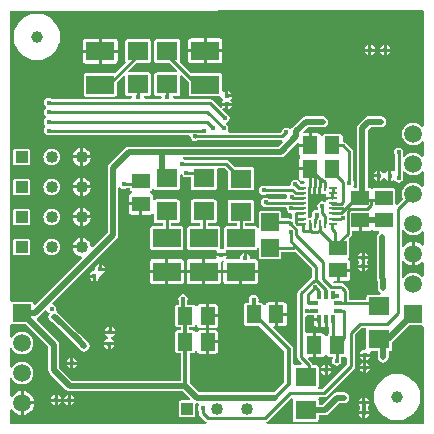
<source format=gtl>
G04 Layer_Physical_Order=1*
G04 Layer_Color=255*
%FSLAX24Y24*%
%MOIN*%
G70*
G01*
G75*
%ADD10R,0.0512X0.0591*%
%ADD11R,0.0591X0.0512*%
%ADD12R,0.0591X0.0591*%
%ADD13R,0.0109X0.0256*%
%ADD14R,0.0256X0.0109*%
%ADD15R,0.0295X0.0157*%
%ADD16R,0.0157X0.0291*%
%ADD17R,0.0157X0.0295*%
%ADD18R,0.0709X0.0630*%
%ADD19R,0.0945X0.0630*%
%ADD20C,0.0098*%
%ADD21C,0.0118*%
%ADD22C,0.0197*%
%ADD23C,0.0394*%
%ADD24C,0.0400*%
%ADD25R,0.0400X0.0400*%
%ADD26R,0.0400X0.0400*%
%ADD27C,0.0591*%
%ADD28C,0.0150*%
G36*
X13365Y6590D02*
X13443Y6530D01*
X13534Y6492D01*
X13632Y6479D01*
X13730Y6492D01*
X13821Y6530D01*
X13899Y6590D01*
X13916Y6613D01*
X13976Y6592D01*
Y6150D01*
X13920Y6131D01*
X13914Y6138D01*
X13831Y6202D01*
X13735Y6241D01*
X13682Y6248D01*
Y5856D01*
Y5464D01*
X13735Y5471D01*
X13831Y5511D01*
X13914Y5574D01*
X13920Y5582D01*
X13976Y5563D01*
Y5120D01*
X13916Y5100D01*
X13899Y5123D01*
X13821Y5183D01*
X13730Y5221D01*
X13632Y5234D01*
X13534Y5221D01*
X13443Y5183D01*
X13365Y5123D01*
X13305Y5045D01*
X13246Y5058D01*
Y5612D01*
X13306Y5632D01*
X13350Y5574D01*
X13433Y5511D01*
X13529Y5471D01*
X13582Y5464D01*
Y5856D01*
Y6248D01*
X13529Y6241D01*
X13433Y6202D01*
X13350Y6138D01*
X13306Y6080D01*
X13246Y6101D01*
Y6655D01*
X13305Y6668D01*
X13365Y6590D01*
D02*
G37*
G36*
X13976Y3433D02*
Y197D01*
X8741D01*
X8735Y257D01*
X8747Y259D01*
X8789Y288D01*
X9545Y1043D01*
X9564Y1047D01*
X9569Y1045D01*
X9611Y1000D01*
X9605Y969D01*
Y340D01*
X9611Y309D01*
X9628Y283D01*
X9654Y265D01*
X9685Y259D01*
X10394D01*
X10424Y265D01*
X10450Y283D01*
X10468Y309D01*
X10474Y340D01*
Y474D01*
X10669D01*
X10738Y488D01*
X10797Y527D01*
X11148Y877D01*
X11319D01*
X11388Y891D01*
X11447Y930D01*
X11486Y989D01*
X11500Y1058D01*
X11486Y1127D01*
X11447Y1186D01*
X11388Y1225D01*
X11319Y1239D01*
X11073D01*
X11004Y1225D01*
X10945Y1186D01*
X10594Y835D01*
X10474D01*
Y969D01*
X10468Y1000D01*
X10458Y1015D01*
X10471Y1055D01*
X10484Y1075D01*
X10655D01*
X10704Y1085D01*
X10747Y1113D01*
X11643Y2010D01*
X11672Y2052D01*
X11682Y2102D01*
Y3180D01*
X11890Y3388D01*
X12026D01*
X12038Y3378D01*
X12068Y3328D01*
X12065Y3317D01*
Y2713D01*
X12023Y2669D01*
X12009Y2663D01*
X12008Y2664D01*
X11940Y2650D01*
X11882Y2611D01*
X11843Y2554D01*
X11839Y2535D01*
X12176D01*
X12174Y2547D01*
X12178Y2561D01*
X12209Y2607D01*
X12442D01*
Y2411D01*
X12456Y2342D01*
X12495Y2284D01*
X12554Y2245D01*
X12623Y2231D01*
X12692Y2245D01*
X12751Y2284D01*
X12790Y2342D01*
X12804Y2411D01*
Y2607D01*
X12854D01*
X12885Y2613D01*
X12911Y2630D01*
X12929Y2656D01*
X12935Y2687D01*
Y2904D01*
X13512Y3481D01*
X13927D01*
X13976Y3433D01*
D02*
G37*
G36*
X11910Y6625D02*
X12156D01*
X12195Y6633D01*
X12228Y6655D01*
X12280D01*
X12313Y6633D01*
X12352Y6625D01*
X12476D01*
X12494Y6565D01*
X12471Y6550D01*
X12432Y6491D01*
X12418Y6422D01*
Y6152D01*
Y5044D01*
X12432Y4975D01*
X12442Y4959D01*
Y4724D01*
X12456Y4655D01*
X12495Y4597D01*
X12551Y4560D01*
X12552Y4555D01*
X12527Y4500D01*
X12146D01*
X12115Y4493D01*
X12089Y4476D01*
X12071Y4450D01*
X12065Y4419D01*
Y4333D01*
X11474D01*
Y4626D01*
X11464Y4676D01*
X11436Y4718D01*
X11337Y4817D01*
X11323Y4827D01*
X11313Y4841D01*
X11270Y4870D01*
X11220Y4879D01*
X11035D01*
X11030Y4880D01*
X10971D01*
X10964Y4892D01*
X10996Y4952D01*
X11072D01*
Y5310D01*
X11122D01*
Y5360D01*
X11519D01*
Y5566D01*
X11512Y5605D01*
X11490Y5638D01*
X11456Y5660D01*
X11436Y5664D01*
X11436Y5725D01*
X11448Y5728D01*
X11474Y5745D01*
X11492Y5771D01*
X11498Y5802D01*
Y6314D01*
X11492Y6345D01*
X11475Y6369D01*
X11548Y6442D01*
X11576Y6485D01*
X11586Y6534D01*
Y6625D01*
X11810D01*
Y6983D01*
X11910D01*
Y6625D01*
D02*
G37*
G36*
X10148Y3814D02*
X10179Y3807D01*
X10311D01*
Y3729D01*
X10492D01*
Y3679D01*
X10542D01*
Y3432D01*
X10571D01*
X10610Y3439D01*
X10612Y3441D01*
X10650Y3433D01*
X10678D01*
Y3683D01*
X10778D01*
Y3433D01*
X10807D01*
X10834Y3411D01*
Y3181D01*
X10827D01*
X10796Y3175D01*
X10770Y3157D01*
X10753Y3131D01*
X10750Y3118D01*
X10689Y3118D01*
X10685Y3139D01*
X10663Y3172D01*
X10630Y3195D01*
X10591Y3202D01*
X10385D01*
Y2805D01*
Y2408D01*
X10591D01*
X10630Y2416D01*
X10663Y2438D01*
X10685Y2471D01*
X10689Y2492D01*
X10750Y2492D01*
X10753Y2479D01*
X10770Y2453D01*
X10796Y2436D01*
X10827Y2430D01*
X10942D01*
Y2370D01*
X10928Y2348D01*
X10916Y2288D01*
X10928Y2228D01*
X10962Y2178D01*
X11013Y2144D01*
X11073Y2132D01*
X11133Y2144D01*
X11184Y2178D01*
X11218Y2228D01*
X11230Y2288D01*
X11218Y2348D01*
X11203Y2370D01*
Y2430D01*
X11339D01*
X11361Y2434D01*
X11385Y2424D01*
X11421Y2398D01*
Y2156D01*
X10600Y1336D01*
X10484D01*
X10471Y1356D01*
X10458Y1396D01*
X10468Y1411D01*
X10474Y1442D01*
Y2072D01*
X10468Y2103D01*
X10450Y2129D01*
X10424Y2146D01*
X10394Y2152D01*
X10268D01*
Y2165D01*
X10258Y2215D01*
X10230Y2258D01*
X10135Y2352D01*
X10158Y2408D01*
X10285D01*
Y2805D01*
Y3202D01*
X10079D01*
X10022Y3250D01*
Y3763D01*
X10082Y3812D01*
X10093Y3810D01*
X10140Y3819D01*
X10148Y3814D01*
D02*
G37*
G36*
X13976Y13946D02*
Y10120D01*
X13916Y10100D01*
X13899Y10123D01*
X13821Y10183D01*
X13730Y10221D01*
X13632Y10234D01*
X13534Y10221D01*
X13443Y10183D01*
X13365Y10123D01*
X13305Y10045D01*
X13268Y9954D01*
X13255Y9856D01*
X13268Y9759D01*
X13305Y9668D01*
X13365Y9590D01*
X13443Y9530D01*
X13534Y9492D01*
X13632Y9479D01*
X13730Y9492D01*
X13821Y9530D01*
X13899Y9590D01*
X13916Y9613D01*
X13976Y9592D01*
Y9120D01*
X13916Y9100D01*
X13899Y9123D01*
X13821Y9183D01*
X13730Y9221D01*
X13632Y9234D01*
X13534Y9221D01*
X13443Y9183D01*
X13365Y9123D01*
X13330Y9078D01*
X13270Y9098D01*
Y9170D01*
X13285Y9192D01*
X13297Y9252D01*
X13285Y9312D01*
X13251Y9363D01*
X13200Y9397D01*
X13140Y9409D01*
X13080Y9397D01*
X13029Y9363D01*
X12995Y9312D01*
X12983Y9252D01*
X12995Y9192D01*
X13009Y9170D01*
Y8633D01*
X12949Y8605D01*
X12913Y8629D01*
X12894Y8633D01*
Y8465D01*
Y8296D01*
X12913Y8300D01*
X12938Y8316D01*
X12983Y8328D01*
X13015Y8301D01*
X13029Y8280D01*
X13080Y8246D01*
X13140Y8234D01*
X13200Y8246D01*
X13251Y8280D01*
X13285Y8331D01*
X13297Y8391D01*
X13285Y8451D01*
X13270Y8472D01*
Y8615D01*
X13330Y8635D01*
X13365Y8590D01*
X13443Y8530D01*
X13534Y8492D01*
X13632Y8479D01*
X13730Y8492D01*
X13821Y8530D01*
X13899Y8590D01*
X13916Y8613D01*
X13976Y8592D01*
Y8120D01*
X13916Y8100D01*
X13899Y8123D01*
X13821Y8183D01*
X13730Y8221D01*
X13632Y8234D01*
X13534Y8221D01*
X13443Y8183D01*
X13365Y8123D01*
X13305Y8045D01*
X13268Y7954D01*
X13255Y7856D01*
X13268Y7759D01*
X13292Y7700D01*
X13083Y7492D01*
X13023Y7517D01*
Y7987D01*
X13017Y8018D01*
X13000Y8044D01*
X12974Y8061D01*
X12943Y8067D01*
X12352D01*
X12322Y8061D01*
X12296Y8044D01*
X12287Y8032D01*
X12269Y8027D01*
X12239D01*
X12221Y8032D01*
X12212Y8044D01*
X12186Y8061D01*
X12156Y8067D01*
X12115D01*
Y8292D01*
Y8588D01*
Y9989D01*
X12206Y10080D01*
X12549D01*
X12618Y10094D01*
X12677Y10133D01*
X12716Y10192D01*
X12730Y10261D01*
X12716Y10330D01*
X12677Y10389D01*
X12618Y10428D01*
X12549Y10441D01*
X12131D01*
X12062Y10428D01*
X12003Y10389D01*
X11806Y10192D01*
X11767Y10133D01*
X11753Y10064D01*
Y8588D01*
Y8292D01*
Y8067D01*
X11642D01*
X11641Y8068D01*
X11615Y8127D01*
X11636Y8159D01*
X11648Y8219D01*
X11636Y8278D01*
X11622Y8300D01*
Y9252D01*
X11612Y9302D01*
X11583Y9344D01*
X11362Y9566D01*
X11320Y9594D01*
X11271Y9604D01*
Y9769D01*
X11265Y9799D01*
X11248Y9825D01*
X11222Y9843D01*
X11191Y9849D01*
X10679D01*
X10648Y9843D01*
X10622Y9825D01*
X10605Y9799D01*
X10602Y9787D01*
X10541Y9787D01*
X10537Y9808D01*
X10515Y9841D01*
X10482Y9863D01*
X10443Y9871D01*
X10237D01*
Y9473D01*
X10187D01*
Y9423D01*
X9829D01*
Y9178D01*
X9837Y9139D01*
X9859Y9106D01*
X9849Y9053D01*
X9827Y9020D01*
X9819Y8981D01*
Y8736D01*
X10177D01*
Y8636D01*
X9819D01*
Y8391D01*
X9827Y8352D01*
X9849Y8319D01*
X9882Y8297D01*
X9921Y8289D01*
X9987D01*
X10019Y8241D01*
X9996Y8183D01*
X9866D01*
X9845Y8204D01*
X9840Y8229D01*
X9806Y8280D01*
X9755Y8314D01*
X9695Y8326D01*
X9635Y8314D01*
X9584Y8280D01*
X9550Y8229D01*
X9538Y8169D01*
X9539Y8165D01*
X9539Y8163D01*
X9490Y8103D01*
X8718D01*
X8697Y8117D01*
X8637Y8129D01*
X8577Y8117D01*
X8526Y8083D01*
X8492Y8032D01*
X8480Y7972D01*
X8492Y7912D01*
X8526Y7862D01*
X8577Y7828D01*
X8637Y7816D01*
X8697Y7828D01*
X8718Y7842D01*
X9381D01*
X9421Y7782D01*
X9415Y7751D01*
X9416Y7746D01*
X9367Y7686D01*
X8824D01*
X8821Y7690D01*
X8771Y7724D01*
X8711Y7735D01*
X8651Y7724D01*
X8600Y7690D01*
X8566Y7639D01*
X8554Y7579D01*
X8566Y7519D01*
X8600Y7468D01*
X8651Y7434D01*
X8711Y7422D01*
X8729Y7426D01*
X8734Y7425D01*
X9368D01*
X9406Y7378D01*
X9404Y7371D01*
X9416Y7311D01*
X9450Y7260D01*
X9501Y7226D01*
X9532Y7220D01*
X9563Y7210D01*
X9589Y7159D01*
Y7060D01*
X9541Y7029D01*
X9531Y7027D01*
X9519Y7035D01*
X9469Y7045D01*
X9234D01*
Y7210D01*
X9228Y7240D01*
X9210Y7266D01*
X9184Y7284D01*
X9154Y7290D01*
X8563D01*
X8532Y7284D01*
X8506Y7266D01*
X8489Y7240D01*
X8483Y7210D01*
Y6729D01*
X8423Y6723D01*
X8421Y6733D01*
X8403Y6760D01*
X8377Y6777D01*
X8346Y6783D01*
X8004D01*
Y6869D01*
X8228D01*
X8259Y6875D01*
X8285Y6892D01*
X8303Y6918D01*
X8309Y6949D01*
Y7579D01*
X8303Y7609D01*
X8285Y7636D01*
X8259Y7653D01*
X8228Y7659D01*
X7520D01*
X7489Y7653D01*
X7463Y7636D01*
X7446Y7609D01*
X7439Y7579D01*
Y6949D01*
X7446Y6918D01*
X7463Y6892D01*
X7489Y6875D01*
X7520Y6869D01*
X7744D01*
Y6783D01*
X7402D01*
X7371Y6777D01*
X7345Y6760D01*
X7327Y6733D01*
X7321Y6703D01*
Y6073D01*
X7326Y6048D01*
X7325Y6045D01*
X7309Y6025D01*
X7289Y6006D01*
X7230Y6016D01*
X7195Y6065D01*
X7196Y6073D01*
Y6703D01*
X7190Y6733D01*
X7173Y6760D01*
X7147Y6777D01*
X7116Y6783D01*
X6774D01*
Y6878D01*
X6998D01*
X7029Y6884D01*
X7055Y6902D01*
X7072Y6928D01*
X7078Y6959D01*
Y7589D01*
X7072Y7619D01*
X7055Y7645D01*
X7029Y7663D01*
X6998Y7669D01*
X6289D01*
X6259Y7663D01*
X6233Y7645D01*
X6215Y7619D01*
X6209Y7589D01*
Y6959D01*
X6215Y6928D01*
X6233Y6902D01*
X6259Y6884D01*
X6289Y6878D01*
X6513D01*
Y6783D01*
X6171D01*
X6141Y6777D01*
X6114Y6760D01*
X6097Y6733D01*
X6091Y6703D01*
Y6073D01*
X6097Y6042D01*
X6114Y6016D01*
X6141Y5999D01*
X6171Y5993D01*
X7060D01*
X7091Y5933D01*
X7069Y5900D01*
X7066Y5882D01*
X7403D01*
X7399Y5900D01*
X7375Y5937D01*
X7393Y5975D01*
X7408Y5993D01*
X8346D01*
X8377Y5999D01*
X8403Y6016D01*
X8421Y6042D01*
X8423Y6053D01*
X8483Y6047D01*
Y5758D01*
X8489Y5727D01*
X8506Y5701D01*
X8532Y5684D01*
X8563Y5678D01*
X9154D01*
X9184Y5684D01*
X9210Y5701D01*
X9228Y5727D01*
X9234Y5758D01*
Y5923D01*
X9621D01*
X9671Y5933D01*
X9691Y5946D01*
X10265Y5373D01*
Y5082D01*
X10260Y5081D01*
X10218Y5053D01*
X9799Y4634D01*
X9771Y4592D01*
X9761Y4542D01*
Y2411D01*
X9771Y2361D01*
X9799Y2319D01*
X9911Y2208D01*
X9888Y2152D01*
X9685D01*
X9674Y2150D01*
X9624Y2179D01*
X9614Y2191D01*
Y2677D01*
X9603Y2731D01*
X9573Y2777D01*
X8963Y3386D01*
X8986Y3441D01*
X9010D01*
Y3839D01*
Y4236D01*
X8804D01*
X8765Y4228D01*
X8732Y4206D01*
X8710Y4173D01*
X8706Y4152D01*
X8645Y4152D01*
X8642Y4165D01*
X8625Y4191D01*
X8599Y4208D01*
X8568Y4214D01*
X8485D01*
X8473Y4236D01*
X8458Y4274D01*
X8469Y4326D01*
X8457Y4386D01*
X8423Y4437D01*
X8372Y4471D01*
X8312Y4483D01*
X8252Y4471D01*
X8201Y4437D01*
X8167Y4386D01*
X8155Y4326D01*
X8166Y4274D01*
X8151Y4236D01*
X8139Y4214D01*
X8056D01*
X8025Y4208D01*
X7999Y4191D01*
X7982Y4165D01*
X7976Y4134D01*
Y3543D01*
X7982Y3513D01*
X7999Y3487D01*
X8025Y3469D01*
X8056Y3463D01*
X8489D01*
X9333Y2619D01*
Y1584D01*
X8988Y1239D01*
X6497D01*
X6169Y1567D01*
Y2553D01*
X6280D01*
X6310Y2559D01*
X6336Y2576D01*
X6354Y2602D01*
X6356Y2615D01*
X6417Y2615D01*
X6422Y2594D01*
X6444Y2561D01*
X6477Y2539D01*
X6516Y2531D01*
X6722D01*
Y2928D01*
Y3325D01*
X6516D01*
X6477Y3318D01*
X6444Y3296D01*
X6422Y3262D01*
X6417Y3242D01*
X6356Y3242D01*
X6354Y3254D01*
X6336Y3280D01*
X6310Y3298D01*
X6280Y3304D01*
X6164D01*
Y3414D01*
X6280D01*
X6310Y3420D01*
X6336Y3437D01*
X6354Y3463D01*
X6356Y3476D01*
X6417Y3476D01*
X6422Y3455D01*
X6444Y3422D01*
X6477Y3400D01*
X6516Y3392D01*
X6722D01*
Y3789D01*
Y4187D01*
X6516D01*
X6477Y4179D01*
X6444Y4157D01*
X6422Y4124D01*
X6417Y4103D01*
X6356Y4103D01*
X6354Y4115D01*
X6336Y4141D01*
X6310Y4159D01*
X6280Y4165D01*
X6095D01*
Y4289D01*
X6100Y4295D01*
X6111Y4355D01*
X6100Y4415D01*
X6066Y4466D01*
X6015Y4500D01*
X5955Y4512D01*
X5895Y4500D01*
X5844Y4466D01*
X5810Y4415D01*
X5798Y4355D01*
X5810Y4295D01*
X5814Y4289D01*
Y4165D01*
X5768D01*
X5737Y4159D01*
X5711Y4141D01*
X5694Y4115D01*
X5687Y4085D01*
Y3494D01*
X5694Y3463D01*
X5711Y3437D01*
X5737Y3420D01*
X5768Y3414D01*
X5883D01*
Y3304D01*
X5768D01*
X5737Y3298D01*
X5711Y3280D01*
X5694Y3254D01*
X5687Y3223D01*
Y2633D01*
X5694Y2602D01*
X5711Y2576D01*
X5737Y2559D01*
X5768Y2553D01*
X5888D01*
Y1632D01*
X4211D01*
X4208Y1633D01*
X4204Y1632D01*
X2265D01*
X1829Y2068D01*
Y2828D01*
X1816Y2897D01*
X1776Y2955D01*
X1071Y3661D01*
X1089Y3728D01*
X1135Y3758D01*
X1362Y3985D01*
X1427Y3966D01*
X1430Y3951D01*
X1464Y3900D01*
X1507Y3871D01*
X1482Y3834D01*
X1468Y3765D01*
X1482Y3696D01*
X1521Y3637D01*
X1579Y3598D01*
X1586Y3597D01*
X2308Y2874D01*
X2530Y2653D01*
X2588Y2614D01*
X2657Y2600D01*
X2727Y2614D01*
X2785Y2653D01*
X2824Y2711D01*
X2838Y2781D01*
X2824Y2850D01*
X2785Y2908D01*
X2604Y3089D01*
X2603Y3096D01*
X2564Y3154D01*
X2505Y3193D01*
X2499Y3195D01*
X1801Y3892D01*
X1768Y3915D01*
X1742Y3934D01*
X1729Y3996D01*
X1732Y4011D01*
X1720Y4071D01*
X1686Y4122D01*
X1635Y4156D01*
X1620Y4159D01*
X1600Y4224D01*
X3302Y5925D01*
X3745Y6368D01*
X3784Y6427D01*
X3798Y6496D01*
Y8067D01*
X3858Y8085D01*
X3875Y8058D01*
X3926Y8024D01*
X3986Y8013D01*
X4046Y8024D01*
X4068Y8039D01*
X4177D01*
Y8017D01*
X4183Y7986D01*
X4200Y7960D01*
X4226Y7943D01*
X4239Y7940D01*
X4239Y7879D01*
X4218Y7875D01*
X4185Y7853D01*
X4163Y7820D01*
X4155Y7781D01*
Y7575D01*
X4552D01*
Y7525D01*
X4602D01*
Y7167D01*
X4847D01*
X4886Y7175D01*
X4920Y7197D01*
X4979Y7177D01*
Y6959D01*
X4985Y6928D01*
X5002Y6902D01*
X5028Y6884D01*
X5059Y6878D01*
X5283D01*
Y6783D01*
X4941D01*
X4910Y6777D01*
X4884Y6760D01*
X4867Y6733D01*
X4861Y6703D01*
Y6073D01*
X4867Y6042D01*
X4884Y6016D01*
X4910Y5999D01*
X4941Y5993D01*
X5886D01*
X5917Y5999D01*
X5943Y6016D01*
X5960Y6042D01*
X5966Y6073D01*
Y6703D01*
X5960Y6733D01*
X5943Y6760D01*
X5917Y6777D01*
X5886Y6783D01*
X5544D01*
Y6878D01*
X5768D01*
X5798Y6884D01*
X5824Y6902D01*
X5842Y6928D01*
X5848Y6959D01*
Y7589D01*
X5842Y7619D01*
X5824Y7645D01*
X5798Y7663D01*
X5768Y7669D01*
X5059D01*
X5028Y7663D01*
X5009Y7650D01*
X4979Y7658D01*
X4949Y7674D01*
Y7781D01*
X4942Y7820D01*
X4920Y7853D01*
X4886Y7875D01*
X4866Y7879D01*
X4866Y7940D01*
X4878Y7943D01*
X4904Y7960D01*
X4922Y7986D01*
X4928Y8017D01*
X4974Y8028D01*
X4988Y8026D01*
X5002Y8004D01*
X5028Y7987D01*
X5059Y7981D01*
X5768D01*
X5798Y7987D01*
X5824Y8004D01*
X5842Y8030D01*
X5848Y8061D01*
Y8499D01*
X5908Y8505D01*
X5908Y8503D01*
X5942Y8452D01*
X5993Y8418D01*
X6053Y8406D01*
X6113Y8418D01*
X6135Y8433D01*
X6209D01*
Y8061D01*
X6215Y8030D01*
X6233Y8004D01*
X6259Y7987D01*
X6289Y7981D01*
X6998D01*
X7029Y7987D01*
X7055Y8004D01*
X7072Y8030D01*
X7078Y8061D01*
Y8691D01*
X7132Y8728D01*
X7328D01*
X7439Y8616D01*
Y8051D01*
X7446Y8020D01*
X7463Y7994D01*
X7489Y7977D01*
X7520Y7971D01*
X8228D01*
X8259Y7977D01*
X8285Y7994D01*
X8303Y8020D01*
X8309Y8051D01*
Y8681D01*
X8303Y8712D01*
X8285Y8738D01*
X8259Y8755D01*
X8228Y8761D01*
X7663D01*
X7474Y8951D01*
X7432Y8979D01*
X7382Y8989D01*
X6012D01*
X5990Y9003D01*
X5949Y9011D01*
X5955Y9071D01*
X9203D01*
X9272Y9085D01*
X9330Y9124D01*
X9774Y9567D01*
X9829Y9545D01*
Y9523D01*
X10137D01*
Y9871D01*
X9990D01*
X9965Y9931D01*
X10114Y10080D01*
X10605D01*
X10674Y10094D01*
X10733Y10133D01*
X10772Y10192D01*
X10786Y10261D01*
X10772Y10330D01*
X10733Y10389D01*
X10674Y10428D01*
X10605Y10441D01*
X10039D01*
X9970Y10428D01*
X9912Y10389D01*
X9604Y10081D01*
X9575Y10038D01*
X9519Y10029D01*
X9505Y10031D01*
X9460Y10061D01*
X9400Y10073D01*
X9340Y10061D01*
X9289Y10027D01*
X9255Y9976D01*
X9250Y9951D01*
X9198Y9899D01*
X7471D01*
X7439Y9959D01*
X7453Y9979D01*
X7465Y10039D01*
X7453Y10099D01*
X7419Y10150D01*
X7387Y10172D01*
X7397Y10235D01*
X7417Y10239D01*
X7468Y10273D01*
X7502Y10324D01*
X7514Y10384D01*
X7502Y10444D01*
X7468Y10495D01*
X7417Y10529D01*
X7392Y10534D01*
X7257Y10669D01*
X7295Y10715D01*
X7338Y10687D01*
X7357Y10683D01*
Y10801D01*
X7238D01*
X7242Y10783D01*
X7270Y10740D01*
X7224Y10702D01*
X6933Y10993D01*
X6890Y11021D01*
X6841Y11031D01*
X5648D01*
X5612Y11087D01*
X5630Y11116D01*
X5782D01*
X5813Y11122D01*
X5839Y11139D01*
X5857Y11165D01*
X5863Y11196D01*
Y11781D01*
X5923Y11806D01*
X6140Y11589D01*
Y11186D01*
X6146Y11155D01*
X6164Y11129D01*
X6190Y11112D01*
X6220Y11106D01*
X7165D01*
X7196Y11112D01*
X7239Y11068D01*
X7242Y11054D01*
X7280Y10996D01*
Y10978D01*
X7242Y10920D01*
X7238Y10901D01*
X7575D01*
X7571Y10920D01*
X7533Y10978D01*
Y10996D01*
X7571Y11054D01*
X7575Y11072D01*
X7406D01*
Y11122D01*
X7357D01*
Y11291D01*
X7338Y11287D01*
X7306Y11265D01*
X7246Y11296D01*
Y11816D01*
X7240Y11847D01*
X7222Y11873D01*
X7196Y11890D01*
X7165Y11896D01*
X6220D01*
X6205Y11893D01*
X5846Y12252D01*
X5857Y12268D01*
X5863Y12298D01*
Y12928D01*
X5857Y12959D01*
X5839Y12985D01*
X5813Y13002D01*
X5782Y13008D01*
X5074D01*
X5043Y13002D01*
X5017Y12985D01*
X5000Y12959D01*
X4994Y12928D01*
Y12298D01*
X5000Y12268D01*
X5017Y12241D01*
X5043Y12224D01*
X5074Y12218D01*
X5511D01*
X5763Y11966D01*
X5738Y11906D01*
X5074D01*
X5043Y11900D01*
X5017Y11883D01*
X5000Y11857D01*
X4994Y11826D01*
Y11196D01*
X5000Y11165D01*
X5017Y11139D01*
X5043Y11122D01*
X5074Y11116D01*
X5231D01*
X5252Y11082D01*
X5216Y11029D01*
X4689D01*
X4650Y11086D01*
X4665Y11116D01*
X4808D01*
X4839Y11122D01*
X4865Y11139D01*
X4882Y11165D01*
X4888Y11196D01*
Y11826D01*
X4882Y11857D01*
X4865Y11883D01*
X4839Y11900D01*
X4808Y11906D01*
X4154D01*
X4129Y11966D01*
X4381Y12218D01*
X4808D01*
X4839Y12224D01*
X4865Y12241D01*
X4882Y12268D01*
X4888Y12298D01*
Y12928D01*
X4882Y12959D01*
X4865Y12985D01*
X4839Y13002D01*
X4808Y13008D01*
X4099D01*
X4069Y13002D01*
X4043Y12985D01*
X4025Y12959D01*
X4019Y12928D01*
Y12298D01*
X4025Y12268D01*
X4040Y12246D01*
X3683Y11889D01*
X3671Y11891D01*
X2726D01*
X2696Y11885D01*
X2670Y11868D01*
X2652Y11842D01*
X2646Y11811D01*
Y11181D01*
X2652Y11150D01*
X2670Y11124D01*
X2696Y11107D01*
X2726Y11101D01*
X3671D01*
X3702Y11107D01*
X3728Y11124D01*
X3745Y11150D01*
X3752Y11181D01*
Y11589D01*
X3959Y11796D01*
X4019Y11771D01*
Y11196D01*
X4025Y11165D01*
X4043Y11139D01*
X4069Y11122D01*
X4099Y11116D01*
X4243D01*
X4257Y11086D01*
X4218Y11029D01*
X1561D01*
X1536Y11045D01*
X1476Y11057D01*
X1416Y11045D01*
X1366Y11011D01*
X1332Y10961D01*
X1320Y10901D01*
X1332Y10841D01*
X1366Y10790D01*
X1386Y10776D01*
Y10705D01*
X1366Y10692D01*
X1332Y10641D01*
X1320Y10581D01*
X1332Y10521D01*
X1366Y10470D01*
X1386Y10456D01*
Y10385D01*
X1366Y10372D01*
X1332Y10321D01*
X1320Y10261D01*
X1332Y10201D01*
X1366Y10150D01*
X1367Y10149D01*
Y10077D01*
X1366Y10076D01*
X1332Y10026D01*
X1320Y9966D01*
X1332Y9906D01*
X1366Y9855D01*
X1416Y9821D01*
X1476Y9809D01*
X1536Y9821D01*
X1558Y9835D01*
X6144D01*
X6193Y9775D01*
X6192Y9769D01*
X6204Y9709D01*
X6238Y9658D01*
X6288Y9624D01*
X6348Y9612D01*
X6408Y9624D01*
X6430Y9638D01*
X9249D01*
X9255Y9631D01*
X9277Y9582D01*
X9128Y9433D01*
X4158D01*
X4089Y9419D01*
X4031Y9380D01*
X3489Y8838D01*
X3450Y8780D01*
X3436Y8711D01*
Y8095D01*
Y6571D01*
X3046Y6181D01*
X2936Y6070D01*
X2901Y6080D01*
X2876Y6095D01*
X2867Y6165D01*
X2837Y6238D01*
X2789Y6301D01*
X2726Y6349D01*
X2653Y6379D01*
X2625Y6383D01*
Y6087D01*
X2575D01*
Y6037D01*
X2279D01*
X2283Y6008D01*
X2313Y5935D01*
X2361Y5873D01*
X2424Y5825D01*
X2496Y5794D01*
X2566Y5785D01*
X2581Y5760D01*
X2591Y5726D01*
X1022Y4156D01*
X988Y4170D01*
X965Y4185D01*
X960Y4212D01*
X943Y4238D01*
X917Y4255D01*
X886Y4261D01*
X295D01*
X265Y4255D01*
X257Y4250D01*
X200Y4274D01*
X197Y4277D01*
X197Y13964D01*
X13934Y13988D01*
X13976Y13946D01*
D02*
G37*
G36*
X10568Y7846D02*
X10572D01*
X10602Y7852D01*
X10632Y7846D01*
X10706D01*
X10729Y7788D01*
X10725Y7764D01*
Y7760D01*
X10955D01*
Y7675D01*
X10827D01*
X10796Y7669D01*
X10782Y7660D01*
X10725D01*
Y7655D01*
X10733Y7616D01*
X10691Y7571D01*
X10686Y7570D01*
X10641Y7601D01*
X10581Y7612D01*
X10521Y7601D01*
X10470Y7567D01*
X10436Y7516D01*
X10424Y7456D01*
X10436Y7396D01*
X10450Y7374D01*
Y7351D01*
X10408Y7317D01*
X10348Y7305D01*
X10298Y7271D01*
X10264Y7220D01*
X10252Y7160D01*
X10259Y7122D01*
X10256Y7119D01*
X10228Y7077D01*
X10221Y7044D01*
X10124D01*
X10120Y7048D01*
Y7087D01*
X10114Y7117D01*
X10120Y7147D01*
Y7256D01*
X10114Y7286D01*
X10120Y7316D01*
Y7426D01*
X10114Y7456D01*
X10120Y7486D01*
Y7595D01*
X10114Y7625D01*
X10120Y7655D01*
Y7764D01*
X10115Y7787D01*
X10116Y7793D01*
X10129Y7824D01*
Y8076D01*
X10229D01*
Y7846D01*
X10234D01*
X10264Y7852D01*
X10294Y7846D01*
X10298D01*
Y8076D01*
X10398D01*
Y7846D01*
X10403D01*
X10433Y7852D01*
X10463Y7846D01*
X10468D01*
Y8076D01*
X10568D01*
Y7846D01*
D02*
G37*
G36*
X265Y3516D02*
X295Y3510D01*
X711D01*
X1468Y2753D01*
Y1993D01*
X1482Y1924D01*
X1521Y1865D01*
X2062Y1324D01*
X2121Y1285D01*
X2190Y1271D01*
X5954D01*
X6200Y1025D01*
X6177Y969D01*
X5887D01*
X5856Y963D01*
X5830Y946D01*
X5812Y920D01*
X5806Y889D01*
Y489D01*
X5812Y458D01*
X5830Y432D01*
X5856Y415D01*
X5887Y409D01*
X6287D01*
X6317Y415D01*
X6343Y432D01*
X6361Y458D01*
X6367Y489D01*
Y837D01*
X6413Y876D01*
X6466Y869D01*
X6488Y816D01*
X6460Y774D01*
X6448Y714D01*
X6460Y654D01*
X6484Y617D01*
Y539D01*
X6494Y489D01*
X6523Y447D01*
X6682Y288D01*
X6724Y259D01*
X6736Y257D01*
X6730Y197D01*
X197D01*
Y653D01*
X257Y671D01*
X309Y604D01*
X391Y541D01*
X487Y501D01*
X541Y494D01*
Y886D01*
Y1278D01*
X487Y1271D01*
X391Y1231D01*
X309Y1168D01*
X257Y1100D01*
X197Y1119D01*
Y1702D01*
X257Y1714D01*
X264Y1697D01*
X324Y1619D01*
X402Y1559D01*
X493Y1521D01*
X591Y1509D01*
X688Y1521D01*
X779Y1559D01*
X857Y1619D01*
X917Y1697D01*
X955Y1788D01*
X968Y1886D01*
X955Y1983D01*
X917Y2074D01*
X857Y2153D01*
X779Y2213D01*
X688Y2250D01*
X591Y2263D01*
X493Y2250D01*
X402Y2213D01*
X324Y2153D01*
X264Y2074D01*
X257Y2058D01*
X197Y2069D01*
Y2702D01*
X257Y2714D01*
X264Y2697D01*
X324Y2619D01*
X402Y2559D01*
X493Y2521D01*
X591Y2509D01*
X688Y2521D01*
X779Y2559D01*
X857Y2619D01*
X917Y2697D01*
X955Y2788D01*
X968Y2886D01*
X955Y2983D01*
X917Y3074D01*
X857Y3153D01*
X779Y3213D01*
X688Y3250D01*
X591Y3263D01*
X493Y3250D01*
X402Y3213D01*
X324Y3153D01*
X264Y3074D01*
X257Y3058D01*
X197Y3069D01*
Y3495D01*
X200Y3498D01*
X257Y3522D01*
X265Y3516D01*
D02*
G37*
%LPC*%
G36*
X12176Y2435D02*
X12058D01*
Y2317D01*
X12076Y2320D01*
X12134Y2359D01*
X12173Y2417D01*
X12176Y2435D01*
D02*
G37*
G36*
X11958D02*
X11839D01*
X11843Y2417D01*
X11882Y2359D01*
X11940Y2320D01*
X11958Y2317D01*
Y2435D01*
D02*
G37*
G36*
X12033Y1054D02*
Y936D01*
X12152D01*
X12148Y954D01*
X12109Y1012D01*
X12052Y1051D01*
X12033Y1054D01*
D02*
G37*
G36*
X11933D02*
X11915Y1051D01*
X11857Y1012D01*
X11818Y954D01*
X11815Y936D01*
X11933D01*
Y1054D01*
D02*
G37*
G36*
X12152Y516D02*
X12033D01*
Y397D01*
X12052Y401D01*
X12109Y440D01*
X12148Y498D01*
X12152Y516D01*
D02*
G37*
G36*
X11933D02*
X11815D01*
X11818Y498D01*
X11857Y440D01*
X11915Y401D01*
X11933Y397D01*
Y516D01*
D02*
G37*
G36*
X12152Y836D02*
X11815D01*
X11818Y818D01*
X11855Y763D01*
X11863Y746D01*
Y706D01*
X11855Y689D01*
X11818Y634D01*
X11815Y616D01*
X12152D01*
X12148Y634D01*
X12112Y689D01*
X12104Y706D01*
Y746D01*
X12112Y763D01*
X12148Y818D01*
X12152Y836D01*
D02*
G37*
G36*
X11958Y2235D02*
X11940Y2232D01*
X11882Y2193D01*
X11843Y2135D01*
X11839Y2117D01*
X11958D01*
Y2235D01*
D02*
G37*
G36*
X12058D02*
Y2117D01*
X12176D01*
X12173Y2135D01*
X12134Y2193D01*
X12076Y2232D01*
X12058Y2235D01*
D02*
G37*
G36*
X13091Y1855D02*
X13087Y1854D01*
X13083Y1855D01*
X12948Y1842D01*
X12940Y1839D01*
X12932Y1839D01*
X12802Y1799D01*
X12795Y1795D01*
X12788Y1793D01*
X12668Y1729D01*
X12662Y1724D01*
X12655Y1720D01*
X12550Y1634D01*
X12545Y1628D01*
X12539Y1623D01*
X12453Y1518D01*
X12449Y1511D01*
X12444Y1505D01*
X12380Y1385D01*
X12378Y1378D01*
X12374Y1371D01*
X12335Y1241D01*
X12334Y1233D01*
X12332Y1226D01*
X12318Y1091D01*
X12319Y1083D01*
X12318Y1075D01*
X12332Y940D01*
X12334Y932D01*
X12335Y924D01*
X12374Y794D01*
X12378Y787D01*
X12380Y780D01*
X12444Y660D01*
X12449Y654D01*
X12453Y647D01*
X12539Y542D01*
X12545Y537D01*
X12550Y531D01*
X12655Y445D01*
X12662Y441D01*
X12668Y436D01*
X12788Y372D01*
X12795Y370D01*
X12802Y366D01*
X12932Y327D01*
X12940Y326D01*
X12948Y324D01*
X13083Y310D01*
X13087Y311D01*
X13091Y310D01*
X13094Y311D01*
X13098Y310D01*
X13233Y324D01*
X13241Y326D01*
X13249Y327D01*
X13379Y366D01*
X13386Y370D01*
X13393Y372D01*
X13513Y436D01*
X13519Y441D01*
X13526Y445D01*
X13631Y531D01*
X13636Y537D01*
X13642Y542D01*
X13728Y647D01*
X13732Y654D01*
X13737Y660D01*
X13801Y780D01*
X13803Y787D01*
X13807Y794D01*
X13846Y924D01*
X13847Y932D01*
X13849Y940D01*
X13863Y1075D01*
X13862Y1083D01*
X13863Y1091D01*
X13849Y1226D01*
X13847Y1233D01*
X13846Y1241D01*
X13807Y1371D01*
X13803Y1378D01*
X13801Y1385D01*
X13737Y1505D01*
X13732Y1511D01*
X13728Y1518D01*
X13642Y1623D01*
X13636Y1628D01*
X13631Y1634D01*
X13526Y1720D01*
X13519Y1724D01*
X13513Y1729D01*
X13393Y1793D01*
X13386Y1795D01*
X13379Y1799D01*
X13249Y1839D01*
X13241Y1839D01*
X13233Y1842D01*
X13098Y1855D01*
X13094Y1854D01*
X13091Y1855D01*
D02*
G37*
G36*
X12176Y2017D02*
X12058D01*
Y1898D01*
X12076Y1902D01*
X12134Y1941D01*
X12173Y1999D01*
X12176Y2017D01*
D02*
G37*
G36*
X11958D02*
X11839D01*
X11843Y1999D01*
X11882Y1941D01*
X11940Y1902D01*
X11958Y1898D01*
Y2017D01*
D02*
G37*
G36*
X11519Y5260D02*
X11172D01*
Y4952D01*
X11417D01*
X11456Y4960D01*
X11490Y4982D01*
X11512Y5015D01*
X11519Y5054D01*
Y5260D01*
D02*
G37*
G36*
X12009Y5902D02*
Y5783D01*
X12127D01*
X12124Y5802D01*
X12085Y5859D01*
X12027Y5898D01*
X12009Y5902D01*
D02*
G37*
G36*
X11909D02*
X11890Y5898D01*
X11832Y5859D01*
X11794Y5802D01*
X11790Y5783D01*
X11909D01*
Y5902D01*
D02*
G37*
G36*
X12127Y5683D02*
X11790D01*
X11794Y5665D01*
X11832Y5607D01*
Y5564D01*
X11794Y5506D01*
X11790Y5488D01*
X12127D01*
X12124Y5506D01*
X12085Y5564D01*
Y5607D01*
X12124Y5665D01*
X12127Y5683D01*
D02*
G37*
G36*
Y5388D02*
X12009D01*
Y5270D01*
X12027Y5273D01*
X12085Y5312D01*
X12124Y5370D01*
X12127Y5388D01*
D02*
G37*
G36*
X11909D02*
X11790D01*
X11794Y5370D01*
X11832Y5312D01*
X11890Y5273D01*
X11909Y5270D01*
Y5388D01*
D02*
G37*
G36*
X10442Y3629D02*
X10311D01*
Y3533D01*
X10319Y3494D01*
X10341Y3461D01*
X10374Y3439D01*
X10413Y3432D01*
X10442D01*
Y3629D01*
D02*
G37*
G36*
X10778Y2162D02*
Y2043D01*
X10897D01*
X10893Y2061D01*
X10855Y2119D01*
X10797Y2158D01*
X10778Y2162D01*
D02*
G37*
G36*
X10897Y1943D02*
X10778D01*
Y1825D01*
X10797Y1828D01*
X10855Y1867D01*
X10893Y1925D01*
X10897Y1943D01*
D02*
G37*
G36*
X10678D02*
X10560D01*
X10563Y1925D01*
X10602Y1867D01*
X10660Y1828D01*
X10678Y1825D01*
Y1943D01*
D02*
G37*
G36*
Y2162D02*
X10660Y2158D01*
X10602Y2119D01*
X10563Y2061D01*
X10560Y2043D01*
X10678D01*
Y2162D01*
D02*
G37*
G36*
X7028Y3325D02*
X6822D01*
Y2978D01*
X7130D01*
Y3223D01*
X7122Y3262D01*
X7100Y3296D01*
X7067Y3318D01*
X7028Y3325D01*
D02*
G37*
G36*
X3569Y3417D02*
Y3298D01*
X3687D01*
X3684Y3316D01*
X3645Y3374D01*
X3587Y3413D01*
X3569Y3417D01*
D02*
G37*
G36*
X3469D02*
X3450Y3413D01*
X3393Y3374D01*
X3354Y3316D01*
X3350Y3298D01*
X3469D01*
Y3417D01*
D02*
G37*
G36*
X7130Y2878D02*
X6822D01*
Y2531D01*
X7028D01*
X7067Y2539D01*
X7100Y2561D01*
X7122Y2594D01*
X7130Y2633D01*
Y2878D01*
D02*
G37*
G36*
X3687Y3198D02*
X3350D01*
X3354Y3180D01*
X3393Y3122D01*
X3448Y3085D01*
X3450Y3074D01*
X3445Y3023D01*
X3426Y3019D01*
X3368Y2980D01*
X3329Y2923D01*
X3326Y2904D01*
X3663D01*
X3659Y2923D01*
X3620Y2980D01*
X3565Y3018D01*
X3563Y3028D01*
X3568Y3079D01*
X3587Y3083D01*
X3645Y3122D01*
X3684Y3180D01*
X3687Y3198D01*
D02*
G37*
G36*
X3663Y2804D02*
X3544D01*
Y2686D01*
X3562Y2689D01*
X3620Y2728D01*
X3659Y2786D01*
X3663Y2804D01*
D02*
G37*
G36*
X3444D02*
X3326D01*
X3329Y2786D01*
X3368Y2728D01*
X3426Y2689D01*
X3444Y2686D01*
Y2804D01*
D02*
G37*
G36*
X7824Y5216D02*
X7300D01*
Y4951D01*
X7307Y4912D01*
X7329Y4879D01*
X7363Y4857D01*
X7402Y4849D01*
X7824D01*
Y5216D01*
D02*
G37*
G36*
X7218D02*
X6694D01*
Y4849D01*
X7116D01*
X7155Y4857D01*
X7188Y4879D01*
X7210Y4912D01*
X7218Y4951D01*
Y5216D01*
D02*
G37*
G36*
X6594D02*
X6069D01*
Y4951D01*
X6077Y4912D01*
X6099Y4879D01*
X6132Y4857D01*
X6171Y4849D01*
X6594D01*
Y5216D01*
D02*
G37*
G36*
X3150Y5509D02*
X3131Y5505D01*
X3073Y5467D01*
X3035Y5409D01*
X3024Y5353D01*
X3017Y5337D01*
X2970Y5290D01*
X2934Y5283D01*
X2876Y5244D01*
X2837Y5186D01*
X2833Y5168D01*
X3002D01*
Y5118D01*
X3052D01*
Y4950D01*
X3070Y4953D01*
X3128Y4992D01*
X3167Y5050D01*
X3178Y5105D01*
X3184Y5122D01*
X3232Y5168D01*
X3268Y5176D01*
X3326Y5214D01*
X3364Y5272D01*
X3368Y5290D01*
X3200D01*
Y5340D01*
X3150D01*
Y5509D01*
D02*
G37*
G36*
X2952Y5068D02*
X2833D01*
X2837Y5050D01*
X2876Y4992D01*
X2934Y4953D01*
X2952Y4950D01*
Y5068D01*
D02*
G37*
G36*
X8448Y5216D02*
X7924D01*
Y4849D01*
X8346D01*
X8385Y4857D01*
X8419Y4879D01*
X8441Y4912D01*
X8448Y4951D01*
Y5216D01*
D02*
G37*
G36*
X5988D02*
X5463D01*
Y4849D01*
X5886D01*
X5925Y4857D01*
X5958Y4879D01*
X5980Y4912D01*
X5988Y4951D01*
Y5216D01*
D02*
G37*
G36*
X9418Y3789D02*
X9110D01*
Y3441D01*
X9316D01*
X9355Y3449D01*
X9388Y3471D01*
X9410Y3504D01*
X9418Y3543D01*
Y3789D01*
D02*
G37*
G36*
X7130Y3739D02*
X6822D01*
Y3392D01*
X7028D01*
X7067Y3400D01*
X7100Y3422D01*
X7122Y3455D01*
X7130Y3494D01*
Y3739D01*
D02*
G37*
G36*
X5363Y5216D02*
X4839D01*
Y4951D01*
X4847Y4912D01*
X4869Y4879D01*
X4902Y4857D01*
X4941Y4849D01*
X5363D01*
Y5216D01*
D02*
G37*
G36*
X9316Y4236D02*
X9110D01*
Y3889D01*
X9418D01*
Y4134D01*
X9410Y4173D01*
X9388Y4206D01*
X9355Y4228D01*
X9316Y4236D01*
D02*
G37*
G36*
X7028Y4187D02*
X6822D01*
Y3839D01*
X7130D01*
Y4085D01*
X7122Y4124D01*
X7100Y4157D01*
X7067Y4179D01*
X7028Y4187D01*
D02*
G37*
G36*
X2408Y2165D02*
X2289D01*
Y2046D01*
X2307Y2050D01*
X2365Y2088D01*
X2404Y2146D01*
X2408Y2165D01*
D02*
G37*
G36*
X2189D02*
X2071D01*
X2074Y2146D01*
X2113Y2088D01*
X2171Y2050D01*
X2189Y2046D01*
Y2165D01*
D02*
G37*
G36*
X2289Y2383D02*
Y2265D01*
X2408D01*
X2404Y2283D01*
X2365Y2341D01*
X2307Y2379D01*
X2289Y2383D01*
D02*
G37*
G36*
X2189D02*
X2171Y2379D01*
X2113Y2341D01*
X2074Y2283D01*
X2071Y2265D01*
X2189D01*
Y2383D01*
D02*
G37*
G36*
X7456Y11291D02*
Y11172D01*
X7575D01*
X7571Y11190D01*
X7533Y11248D01*
X7475Y11287D01*
X7456Y11291D01*
D02*
G37*
G36*
X7575Y10801D02*
X7456D01*
Y10683D01*
X7475Y10687D01*
X7533Y10725D01*
X7571Y10783D01*
X7575Y10801D01*
D02*
G37*
G36*
X2625Y9383D02*
Y9137D01*
X2871D01*
X2867Y9165D01*
X2837Y9238D01*
X2789Y9301D01*
X2726Y9349D01*
X2653Y9379D01*
X2625Y9383D01*
D02*
G37*
G36*
X6643Y12573D02*
X6119D01*
Y12308D01*
X6126Y12269D01*
X6148Y12236D01*
X6181Y12214D01*
X6220Y12206D01*
X6643D01*
Y12573D01*
D02*
G37*
G36*
X3773Y12568D02*
X3249D01*
Y12201D01*
X3671D01*
X3710Y12209D01*
X3743Y12231D01*
X3765Y12264D01*
X3773Y12303D01*
Y12568D01*
D02*
G37*
G36*
X3149D02*
X2624D01*
Y12303D01*
X2632Y12264D01*
X2654Y12231D01*
X2687Y12209D01*
X2726Y12201D01*
X3149D01*
Y12568D01*
D02*
G37*
G36*
X2525Y9383D02*
X2496Y9379D01*
X2424Y9349D01*
X2361Y9301D01*
X2313Y9238D01*
X2283Y9165D01*
X2279Y9137D01*
X2525D01*
Y9383D01*
D02*
G37*
G36*
Y9037D02*
X2279D01*
X2283Y9008D01*
X2313Y8935D01*
X2361Y8873D01*
X2424Y8825D01*
X2496Y8794D01*
X2525Y8791D01*
Y9037D01*
D02*
G37*
G36*
X12794Y8633D02*
X12776Y8629D01*
X12718Y8591D01*
X12693Y8553D01*
X12692Y8553D01*
X12628D01*
X12627Y8553D01*
X12602Y8591D01*
X12544Y8629D01*
X12525Y8633D01*
Y8465D01*
Y8296D01*
X12544Y8300D01*
X12602Y8338D01*
X12627Y8376D01*
X12628Y8377D01*
X12692D01*
X12693Y8376D01*
X12718Y8338D01*
X12776Y8300D01*
X12794Y8296D01*
Y8465D01*
Y8633D01*
D02*
G37*
G36*
X12425D02*
X12407Y8629D01*
X12349Y8591D01*
X12311Y8533D01*
X12307Y8515D01*
X12425D01*
Y8633D01*
D02*
G37*
G36*
X775Y9367D02*
X375D01*
X344Y9361D01*
X318Y9343D01*
X301Y9317D01*
X295Y9287D01*
Y8887D01*
X301Y8856D01*
X318Y8830D01*
X344Y8812D01*
X375Y8806D01*
X775D01*
X806Y8812D01*
X832Y8830D01*
X849Y8856D01*
X855Y8887D01*
Y9287D01*
X849Y9317D01*
X832Y9343D01*
X806Y9361D01*
X775Y9367D01*
D02*
G37*
G36*
X1575Y9368D02*
X1502Y9358D01*
X1434Y9330D01*
X1376Y9285D01*
X1331Y9227D01*
X1303Y9159D01*
X1294Y9087D01*
X1303Y9014D01*
X1331Y8946D01*
X1376Y8888D01*
X1434Y8843D01*
X1502Y8815D01*
X1575Y8805D01*
X1648Y8815D01*
X1715Y8843D01*
X1774Y8888D01*
X1818Y8946D01*
X1846Y9014D01*
X1856Y9087D01*
X1846Y9159D01*
X1818Y9227D01*
X1774Y9285D01*
X1715Y9330D01*
X1648Y9358D01*
X1575Y9368D01*
D02*
G37*
G36*
X2871Y9037D02*
X2625D01*
Y8791D01*
X2653Y8794D01*
X2726Y8825D01*
X2789Y8873D01*
X2837Y8935D01*
X2867Y9008D01*
X2871Y9037D01*
D02*
G37*
G36*
X7267Y12573D02*
X6743D01*
Y12206D01*
X7165D01*
X7204Y12214D01*
X7237Y12236D01*
X7260Y12269D01*
X7267Y12308D01*
Y12573D01*
D02*
G37*
G36*
X12230Y12816D02*
Y12698D01*
X12349D01*
X12345Y12716D01*
X12306Y12774D01*
X12248Y12812D01*
X12230Y12816D01*
D02*
G37*
G36*
X12130D02*
X12112Y12812D01*
X12054Y12774D01*
X12015Y12716D01*
X12012Y12698D01*
X12130D01*
Y12816D01*
D02*
G37*
G36*
X7165Y13040D02*
X6743D01*
Y12673D01*
X7267D01*
Y12938D01*
X7260Y12977D01*
X7237Y13010D01*
X7204Y13032D01*
X7165Y13040D01*
D02*
G37*
G36*
X1083Y13863D02*
X1079Y13862D01*
X1075Y13863D01*
X940Y13849D01*
X932Y13847D01*
X924Y13846D01*
X794Y13807D01*
X787Y13803D01*
X780Y13801D01*
X660Y13737D01*
X654Y13732D01*
X647Y13728D01*
X542Y13642D01*
X537Y13636D01*
X531Y13631D01*
X445Y13526D01*
X441Y13519D01*
X436Y13513D01*
X372Y13393D01*
X370Y13386D01*
X366Y13379D01*
X327Y13249D01*
X326Y13241D01*
X324Y13233D01*
X310Y13098D01*
X311Y13091D01*
X310Y13083D01*
X324Y12948D01*
X326Y12940D01*
X327Y12932D01*
X366Y12802D01*
X370Y12795D01*
X372Y12788D01*
X436Y12668D01*
X441Y12662D01*
X445Y12655D01*
X531Y12550D01*
X537Y12545D01*
X542Y12539D01*
X647Y12453D01*
X654Y12449D01*
X660Y12444D01*
X780Y12380D01*
X787Y12378D01*
X794Y12374D01*
X924Y12335D01*
X932Y12334D01*
X940Y12332D01*
X1075Y12318D01*
X1079Y12319D01*
X1083Y12318D01*
X1087Y12319D01*
X1091Y12318D01*
X1226Y12332D01*
X1233Y12334D01*
X1241Y12335D01*
X1371Y12374D01*
X1378Y12378D01*
X1385Y12380D01*
X1505Y12444D01*
X1511Y12449D01*
X1518Y12453D01*
X1623Y12539D01*
X1628Y12545D01*
X1634Y12550D01*
X1720Y12655D01*
X1724Y12662D01*
X1729Y12668D01*
X1793Y12788D01*
X1795Y12795D01*
X1799Y12802D01*
X1839Y12932D01*
X1839Y12940D01*
X1842Y12948D01*
X1855Y13083D01*
X1854Y13091D01*
X1855Y13098D01*
X1842Y13233D01*
X1839Y13241D01*
X1839Y13249D01*
X1799Y13379D01*
X1795Y13386D01*
X1793Y13393D01*
X1729Y13513D01*
X1724Y13519D01*
X1720Y13526D01*
X1634Y13631D01*
X1628Y13636D01*
X1623Y13642D01*
X1518Y13728D01*
X1511Y13732D01*
X1505Y13737D01*
X1385Y13801D01*
X1378Y13803D01*
X1371Y13807D01*
X1241Y13846D01*
X1233Y13847D01*
X1226Y13849D01*
X1091Y13863D01*
X1087Y13862D01*
X1083Y13863D01*
D02*
G37*
G36*
X12747Y12816D02*
Y12698D01*
X12865D01*
X12862Y12716D01*
X12823Y12774D01*
X12765Y12812D01*
X12747Y12816D01*
D02*
G37*
G36*
X12647D02*
X12629Y12812D01*
X12571Y12774D01*
X12532Y12716D01*
X12528Y12698D01*
X12647D01*
Y12816D01*
D02*
G37*
G36*
X6643Y13040D02*
X6220D01*
X6181Y13032D01*
X6148Y13010D01*
X6126Y12977D01*
X6119Y12938D01*
Y12673D01*
X6643D01*
Y13040D01*
D02*
G37*
G36*
X12647Y12598D02*
X12528D01*
X12532Y12579D01*
X12571Y12521D01*
X12629Y12483D01*
X12647Y12479D01*
Y12598D01*
D02*
G37*
G36*
X12349D02*
X12230D01*
Y12479D01*
X12248Y12483D01*
X12306Y12521D01*
X12345Y12579D01*
X12349Y12598D01*
D02*
G37*
G36*
X12130D02*
X12012D01*
X12015Y12579D01*
X12054Y12521D01*
X12112Y12483D01*
X12130Y12479D01*
Y12598D01*
D02*
G37*
G36*
X3671Y13035D02*
X3249D01*
Y12668D01*
X3773D01*
Y12933D01*
X3765Y12972D01*
X3743Y13005D01*
X3710Y13027D01*
X3671Y13035D01*
D02*
G37*
G36*
X3149D02*
X2726D01*
X2687Y13027D01*
X2654Y13005D01*
X2632Y12972D01*
X2624Y12933D01*
Y12668D01*
X3149D01*
Y13035D01*
D02*
G37*
G36*
X12865Y12598D02*
X12747D01*
Y12479D01*
X12765Y12483D01*
X12823Y12521D01*
X12862Y12579D01*
X12865Y12598D01*
D02*
G37*
G36*
X8072Y5877D02*
Y5709D01*
X7972D01*
Y5877D01*
X7953Y5874D01*
X7895Y5835D01*
X7857Y5777D01*
X7843Y5709D01*
X7822Y5683D01*
X7417D01*
X7391Y5718D01*
X7384Y5740D01*
X7399Y5763D01*
X7403Y5782D01*
X7066D01*
X7069Y5763D01*
X7083Y5743D01*
X7051Y5683D01*
X6694D01*
Y5316D01*
X7218D01*
Y5581D01*
X7218Y5582D01*
X7262Y5625D01*
X7298Y5616D01*
X7305Y5606D01*
X7300Y5581D01*
Y5316D01*
X7874D01*
X8448D01*
Y5581D01*
X8441Y5620D01*
X8419Y5653D01*
X8385Y5675D01*
X8346Y5683D01*
X8221D01*
X8200Y5709D01*
X8187Y5777D01*
X8148Y5835D01*
X8090Y5874D01*
X8072Y5877D01*
D02*
G37*
G36*
X2525Y6383D02*
X2496Y6379D01*
X2424Y6349D01*
X2361Y6301D01*
X2313Y6238D01*
X2283Y6165D01*
X2279Y6137D01*
X2525D01*
Y6383D01*
D02*
G37*
G36*
X775Y6367D02*
X375D01*
X344Y6361D01*
X318Y6343D01*
X301Y6317D01*
X295Y6287D01*
Y5887D01*
X301Y5856D01*
X318Y5830D01*
X344Y5812D01*
X375Y5806D01*
X775D01*
X806Y5812D01*
X832Y5830D01*
X849Y5856D01*
X855Y5887D01*
Y6287D01*
X849Y6317D01*
X832Y6343D01*
X806Y6361D01*
X775Y6367D01*
D02*
G37*
G36*
X1575Y6368D02*
X1502Y6358D01*
X1434Y6330D01*
X1376Y6285D01*
X1331Y6227D01*
X1303Y6159D01*
X1294Y6087D01*
X1303Y6014D01*
X1331Y5946D01*
X1376Y5888D01*
X1434Y5843D01*
X1502Y5815D01*
X1575Y5805D01*
X1648Y5815D01*
X1715Y5843D01*
X1774Y5888D01*
X1818Y5946D01*
X1846Y6014D01*
X1856Y6087D01*
X1846Y6159D01*
X1818Y6227D01*
X1774Y6285D01*
X1715Y6330D01*
X1648Y6358D01*
X1575Y6368D01*
D02*
G37*
G36*
X5363Y5683D02*
X4941D01*
X4902Y5675D01*
X4869Y5653D01*
X4847Y5620D01*
X4839Y5581D01*
Y5316D01*
X5363D01*
Y5683D01*
D02*
G37*
G36*
X3250Y5509D02*
Y5390D01*
X3368D01*
X3364Y5409D01*
X3326Y5467D01*
X3268Y5505D01*
X3250Y5509D01*
D02*
G37*
G36*
X5886Y5683D02*
X5463D01*
Y5316D01*
X5988D01*
Y5581D01*
X5980Y5620D01*
X5958Y5653D01*
X5925Y5675D01*
X5886Y5683D01*
D02*
G37*
G36*
X6594D02*
X6171D01*
X6132Y5675D01*
X6099Y5653D01*
X6077Y5620D01*
X6069Y5581D01*
Y5316D01*
X6594D01*
Y5683D01*
D02*
G37*
G36*
X2525Y7037D02*
X2279D01*
X2283Y7008D01*
X2313Y6935D01*
X2361Y6873D01*
X2424Y6825D01*
X2496Y6794D01*
X2525Y6791D01*
Y7037D01*
D02*
G37*
G36*
X775Y8367D02*
X375D01*
X344Y8361D01*
X318Y8343D01*
X301Y8317D01*
X295Y8287D01*
Y7887D01*
X301Y7856D01*
X318Y7830D01*
X344Y7812D01*
X375Y7806D01*
X775D01*
X806Y7812D01*
X832Y7830D01*
X849Y7856D01*
X855Y7887D01*
Y8287D01*
X849Y8317D01*
X832Y8343D01*
X806Y8361D01*
X775Y8367D01*
D02*
G37*
G36*
X1575Y8368D02*
X1502Y8358D01*
X1434Y8330D01*
X1376Y8285D01*
X1331Y8227D01*
X1303Y8159D01*
X1294Y8087D01*
X1303Y8014D01*
X1331Y7946D01*
X1376Y7888D01*
X1434Y7843D01*
X1502Y7815D01*
X1575Y7805D01*
X1648Y7815D01*
X1715Y7843D01*
X1774Y7888D01*
X1818Y7946D01*
X1846Y8014D01*
X1856Y8087D01*
X1846Y8159D01*
X1818Y8227D01*
X1774Y8285D01*
X1715Y8330D01*
X1648Y8358D01*
X1575Y8368D01*
D02*
G37*
G36*
X2871Y8037D02*
X2625D01*
Y7791D01*
X2653Y7794D01*
X2726Y7825D01*
X2789Y7873D01*
X2837Y7935D01*
X2867Y8008D01*
X2871Y8037D01*
D02*
G37*
G36*
X12425Y8415D02*
X12307D01*
X12311Y8396D01*
X12349Y8338D01*
X12407Y8300D01*
X12425Y8296D01*
Y8415D01*
D02*
G37*
G36*
X2625Y8383D02*
Y8137D01*
X2871D01*
X2867Y8165D01*
X2837Y8238D01*
X2789Y8301D01*
X2726Y8349D01*
X2653Y8379D01*
X2625Y8383D01*
D02*
G37*
G36*
X2525D02*
X2496Y8379D01*
X2424Y8349D01*
X2361Y8301D01*
X2313Y8238D01*
X2283Y8165D01*
X2279Y8137D01*
X2525D01*
Y8383D01*
D02*
G37*
G36*
Y8037D02*
X2279D01*
X2283Y8008D01*
X2313Y7935D01*
X2361Y7873D01*
X2424Y7825D01*
X2496Y7794D01*
X2525Y7791D01*
Y8037D01*
D02*
G37*
G36*
X775Y7367D02*
X375D01*
X344Y7361D01*
X318Y7343D01*
X301Y7317D01*
X295Y7287D01*
Y6887D01*
X301Y6856D01*
X318Y6830D01*
X344Y6812D01*
X375Y6806D01*
X775D01*
X806Y6812D01*
X832Y6830D01*
X849Y6856D01*
X855Y6887D01*
Y7287D01*
X849Y7317D01*
X832Y7343D01*
X806Y7361D01*
X775Y7367D01*
D02*
G37*
G36*
X1575Y7368D02*
X1502Y7358D01*
X1434Y7330D01*
X1376Y7285D01*
X1331Y7227D01*
X1303Y7159D01*
X1294Y7087D01*
X1303Y7014D01*
X1331Y6946D01*
X1376Y6888D01*
X1434Y6843D01*
X1502Y6815D01*
X1575Y6805D01*
X1648Y6815D01*
X1715Y6843D01*
X1774Y6888D01*
X1818Y6946D01*
X1846Y7014D01*
X1856Y7087D01*
X1846Y7159D01*
X1818Y7227D01*
X1774Y7285D01*
X1715Y7330D01*
X1648Y7358D01*
X1575Y7368D01*
D02*
G37*
G36*
X2871Y7037D02*
X2625D01*
Y6791D01*
X2653Y6794D01*
X2726Y6825D01*
X2789Y6873D01*
X2837Y6935D01*
X2867Y7008D01*
X2871Y7037D01*
D02*
G37*
G36*
X4502Y7475D02*
X4155D01*
Y7269D01*
X4163Y7230D01*
X4185Y7197D01*
X4218Y7175D01*
X4257Y7167D01*
X4502D01*
Y7475D01*
D02*
G37*
G36*
X2625Y7383D02*
Y7137D01*
X2871D01*
X2867Y7165D01*
X2837Y7238D01*
X2789Y7301D01*
X2726Y7349D01*
X2653Y7379D01*
X2625Y7383D01*
D02*
G37*
G36*
X2525D02*
X2496Y7379D01*
X2424Y7349D01*
X2361Y7301D01*
X2313Y7238D01*
X2283Y7165D01*
X2279Y7137D01*
X2525D01*
Y7383D01*
D02*
G37*
G36*
X1891Y934D02*
X1772D01*
Y816D01*
X1791Y819D01*
X1849Y858D01*
X1887Y916D01*
X1891Y934D01*
D02*
G37*
G36*
X641Y1278D02*
Y936D01*
X983D01*
X976Y989D01*
X936Y1085D01*
X872Y1168D01*
X790Y1231D01*
X694Y1271D01*
X641Y1278D01*
D02*
G37*
G36*
X1672Y1153D02*
X1654Y1149D01*
X1596Y1110D01*
X1558Y1053D01*
X1554Y1034D01*
X1672D01*
Y1153D01*
D02*
G37*
G36*
X2215Y1153D02*
Y1034D01*
X2334D01*
X2330Y1053D01*
X2292Y1110D01*
X2234Y1149D01*
X2215Y1153D01*
D02*
G37*
G36*
X2115D02*
X2097Y1149D01*
X2039Y1110D01*
X2001Y1053D01*
X1997Y1034D01*
X2115D01*
Y1153D01*
D02*
G37*
G36*
X983Y836D02*
X641D01*
Y494D01*
X694Y501D01*
X790Y541D01*
X872Y604D01*
X936Y686D01*
X976Y783D01*
X983Y836D01*
D02*
G37*
G36*
X1672Y934D02*
X1554D01*
X1558Y916D01*
X1596Y858D01*
X1654Y819D01*
X1672Y816D01*
Y934D01*
D02*
G37*
G36*
X2334Y934D02*
X2215D01*
Y816D01*
X2234Y819D01*
X2292Y858D01*
X2330Y916D01*
X2334Y934D01*
D02*
G37*
G36*
X2115D02*
X1997D01*
X2001Y916D01*
X2039Y858D01*
X2097Y819D01*
X2115Y816D01*
Y934D01*
D02*
G37*
G36*
X1772Y1153D02*
Y1034D01*
X1891D01*
X1887Y1053D01*
X1849Y1110D01*
X1791Y1149D01*
X1772Y1153D01*
D02*
G37*
%LPD*%
D10*
X9060Y3839D02*
D03*
X8312D02*
D03*
X6772Y2928D02*
D03*
X6024D02*
D03*
X6772Y3789D02*
D03*
X6024D02*
D03*
X10177Y8686D02*
D03*
X10925D02*
D03*
X10935Y9473D02*
D03*
X10187D02*
D03*
X11083Y2805D02*
D03*
X10335D02*
D03*
D11*
X4552Y8273D02*
D03*
Y7525D02*
D03*
X11122Y5310D02*
D03*
Y6058D02*
D03*
X12648Y6983D02*
D03*
Y7731D02*
D03*
X11860Y6983D02*
D03*
Y7731D02*
D03*
D12*
X8858Y6053D02*
D03*
Y6914D02*
D03*
X591Y3886D02*
D03*
X13632Y3856D02*
D03*
D13*
X10179Y6836D02*
D03*
X10348D02*
D03*
X10687D02*
D03*
X10518D02*
D03*
X10179Y8076D02*
D03*
X10348D02*
D03*
X10687D02*
D03*
X10518D02*
D03*
D14*
X10955Y6863D02*
D03*
Y7032D02*
D03*
Y7202D02*
D03*
Y7371D02*
D03*
Y8048D02*
D03*
Y7879D02*
D03*
Y7710D02*
D03*
Y7540D02*
D03*
X9911Y6863D02*
D03*
Y7032D02*
D03*
Y7202D02*
D03*
Y7371D02*
D03*
Y8048D02*
D03*
Y7879D02*
D03*
Y7710D02*
D03*
Y7540D02*
D03*
D15*
X11130Y3966D02*
D03*
X10327D02*
D03*
Y4203D02*
D03*
X11130D02*
D03*
D16*
X10965Y3679D02*
D03*
X10492D02*
D03*
X10965Y4490D02*
D03*
X10492D02*
D03*
D17*
X10728Y3683D02*
D03*
Y4486D02*
D03*
D18*
X6644Y8376D02*
D03*
Y7274D02*
D03*
X5413Y8376D02*
D03*
Y7274D02*
D03*
X7874Y8366D02*
D03*
Y7264D02*
D03*
X10039Y655D02*
D03*
Y1757D02*
D03*
X12500Y3002D02*
D03*
Y4104D02*
D03*
X4454Y11511D02*
D03*
Y12613D02*
D03*
X5428Y11511D02*
D03*
Y12613D02*
D03*
D19*
X7874Y6388D02*
D03*
Y5266D02*
D03*
X6644Y6388D02*
D03*
Y5266D02*
D03*
X5413Y6388D02*
D03*
Y5266D02*
D03*
X3199Y11496D02*
D03*
Y12618D02*
D03*
X6693Y11501D02*
D03*
Y12623D02*
D03*
D20*
X6348Y9744D02*
Y9769D01*
X9252D01*
X1476Y10261D02*
X6742D01*
X6939Y10064D01*
X6767Y10581D02*
X7308Y10039D01*
X1476Y9966D02*
X6644D01*
X1476Y10581D02*
X6767D01*
X6024Y2879D02*
Y2928D01*
Y3002D01*
X4449Y8169D02*
X4552Y8273D01*
X3986Y8169D02*
X4449D01*
X9252Y9769D02*
X9400Y9916D01*
X5507Y10901D02*
X6841D01*
X5504Y10898D02*
X5507Y10901D01*
X1479Y10898D02*
X5504D01*
X1476Y10901D02*
X1479Y10898D01*
X5428Y11083D02*
Y11511D01*
X4454Y11097D02*
Y11511D01*
X5428Y12485D02*
Y12613D01*
X4454Y12475D02*
Y12613D01*
X3371Y11393D02*
X4454Y12475D01*
X5930Y8858D02*
X7382D01*
X7874Y8366D01*
X6609Y8391D02*
X6619Y8401D01*
X6053Y8563D02*
X6437D01*
X6609Y8391D01*
X6619Y8401D02*
X6644Y8376D01*
X10138Y1698D02*
Y2165D01*
X9609Y7714D02*
X9947D01*
X9469Y6914D02*
X9547Y6836D01*
X10921Y7535D02*
X11212D01*
X10955Y7879D02*
Y8048D01*
X11270Y7592D02*
Y8268D01*
X11212Y7535D02*
X11270Y7592D01*
X10925Y8612D02*
X11270Y8268D01*
X10518Y8355D02*
X10550D01*
X10624Y8282D01*
X10665D01*
X10687Y8260D01*
Y8076D02*
Y8260D01*
X10177Y8686D02*
X10187D01*
X10518Y8355D01*
Y8076D02*
Y8355D01*
X10179Y8684D02*
X10348Y8515D01*
X10177Y8686D02*
X10179Y8684D01*
X10348Y8076D02*
Y8515D01*
X10179Y8076D02*
Y8684D01*
X9941Y6608D02*
X10173D01*
X9941D02*
Y6853D01*
X9731Y6484D02*
X10619Y5596D01*
X9731Y6484D02*
Y6652D01*
X10464Y6614D02*
X10518D01*
X10448Y6598D02*
X10464Y6614D01*
X10249Y6598D02*
X10448D01*
X10233Y6614D02*
X10249Y6598D01*
X10179Y6614D02*
X10233D01*
X10518D02*
Y6801D01*
X10581Y7234D02*
Y7456D01*
X9911Y7371D02*
X9951D01*
X9561D02*
X9911D01*
X10955D02*
X11281D01*
X10915D02*
X10955D01*
X9911Y7202D02*
X9951D01*
X9719D02*
X9911D01*
Y6863D02*
X9951D01*
X9746D02*
X9911D01*
X10179Y6836D02*
Y6875D01*
Y6614D02*
Y6836D01*
X9911Y7032D02*
X9951D01*
X9724D02*
X9911D01*
Y8048D02*
X9951D01*
X9816D02*
X9911D01*
Y7540D02*
X9951D01*
X9684D02*
X9911D01*
X10955Y7032D02*
X11220D01*
X10915D02*
X10955D01*
X9911Y7879D02*
X9951D01*
X9704D02*
X9911D01*
X10619Y5006D02*
Y5596D01*
X10876Y4750D02*
X11030D01*
X10619Y5006D02*
X10876Y4750D01*
X11343Y4203D02*
X12185D01*
X11130D02*
X11343D01*
Y4626D01*
X11031Y4749D02*
X11220D01*
X11245Y4724D02*
X11343Y4626D01*
X10327Y3966D02*
X10366D01*
X10093D02*
X10327D01*
X11130D02*
X11324D01*
X11091D02*
X11130D01*
X10492Y4490D02*
Y4616D01*
Y4451D02*
Y4490D01*
X10965Y3679D02*
Y3722D01*
Y2805D02*
Y3679D01*
X10327Y4203D02*
X10366D01*
X10108D02*
X10327D01*
X10728Y4486D02*
Y4649D01*
Y4447D02*
Y4486D01*
X11091Y4203D02*
X11130D01*
X10965Y4490D02*
Y4567D01*
Y4451D02*
Y4490D01*
X13140Y8391D02*
Y9252D01*
X2239Y2215D02*
X2288D01*
X11959Y5438D02*
Y5733D01*
X10967Y4454D02*
X11097D01*
X10965Y4451D02*
X10967Y4454D01*
X11959Y5733D02*
Y5782D01*
X11208Y7222D02*
X11319Y7333D01*
X11456Y6534D02*
Y7284D01*
X8637Y7972D02*
X9585D01*
X9598Y7985D01*
X9941Y6853D02*
X9951Y6863D01*
X9547Y6836D02*
X9731Y6652D01*
X9724Y6924D02*
Y7032D01*
Y6924D02*
X9731Y6917D01*
Y6878D02*
Y6917D01*
Y6878D02*
X9746Y6863D01*
X9719Y7037D02*
Y7202D01*
Y7037D02*
X9724Y7032D01*
X9547Y6836D02*
Y6841D01*
X10395Y4982D02*
Y5427D01*
X9547Y6275D02*
Y6576D01*
X11319Y3962D02*
X11324Y3966D01*
X11319Y3041D02*
Y3962D01*
X11083Y2805D02*
X11319Y3041D01*
X10655Y1206D02*
X11551Y2102D01*
Y3234D01*
X11836Y3519D01*
X10108Y4498D02*
X10359Y4749D01*
X10108Y4203D02*
Y4498D01*
X10359Y4749D02*
X10492Y4616D01*
X9892Y2411D02*
Y4542D01*
X10310Y4961D01*
X10374D01*
X10395Y4982D02*
X10728Y4649D01*
X11073Y2795D02*
X11083Y2805D01*
X11073Y2288D02*
Y2795D01*
X12185Y4203D02*
X12283Y4104D01*
X12746Y3519D02*
X13115Y3888D01*
X11836Y3519D02*
X12746D01*
X13115Y3888D02*
Y7340D01*
X11319Y7333D02*
X11644Y7657D01*
X11281Y7371D02*
X11319Y7333D01*
X11024Y6102D02*
Y6585D01*
X11078Y6102D02*
X11122Y6058D01*
X11024Y6102D02*
X11078D01*
X11456Y7284D02*
X11520Y7348D01*
X12098D01*
X12229Y7480D01*
Y7657D01*
X13115Y7340D02*
X13632Y7856D01*
X10935Y9473D02*
X11270D01*
X11491Y9252D01*
Y8219D02*
Y9252D01*
X10408Y7087D02*
Y7160D01*
X10518Y6608D02*
X10915Y6211D01*
X10630Y7185D02*
X10687Y7128D01*
Y6875D02*
Y7128D01*
X6841Y10901D02*
X7357Y10384D01*
X9598Y7985D02*
X9704Y7879D01*
X9669Y7555D02*
X9684Y7540D01*
X8734Y7555D02*
X9669D01*
X9523Y1206D02*
X10655D01*
X9892Y2411D02*
X10138Y2165D01*
X9695Y8169D02*
X9816Y8048D01*
X9572Y7751D02*
X9609Y7714D01*
X9947D02*
X9951Y7710D01*
X8711Y7579D02*
X8734Y7555D01*
X10915Y7540D02*
X10921Y7535D01*
X10348Y7027D02*
X10408Y7087D01*
X10348Y6875D02*
Y7027D01*
X10581Y7234D02*
X10630Y7185D01*
X10630D02*
X10630D01*
X10915Y6693D02*
X11024Y6585D01*
X12283Y4104D02*
X12500D01*
X6644Y6447D02*
Y7274D01*
X7874Y6447D02*
Y7264D01*
X5413Y6447D02*
Y7274D01*
X8858Y6914D02*
X9469D01*
X8858Y6053D02*
X9621D01*
X9695Y6127D01*
X9547Y6275D02*
X9695Y6127D01*
X10395Y5427D01*
X5428Y12485D02*
X6521Y11393D01*
Y11521D01*
X8697Y380D02*
X9523Y1206D01*
X5955Y3809D02*
X6024Y3740D01*
X10915Y6043D02*
Y6211D01*
X11024Y6102D02*
X11456Y6534D01*
X10915Y6693D02*
Y6863D01*
Y7202D02*
X10935Y7222D01*
X11208D01*
X11644Y7657D02*
X12229D01*
X12648D01*
X6615Y539D02*
X6774Y380D01*
X8697D01*
X6615Y539D02*
Y724D01*
X10915Y7710D02*
Y7879D01*
D21*
X5955Y3809D02*
Y4331D01*
X6024Y3002D02*
Y3740D01*
X8312Y3839D02*
Y4326D01*
X11983Y566D02*
Y886D01*
X6029Y1452D02*
Y2874D01*
X9006Y1058D02*
X9473Y1526D01*
X9006Y1058D02*
Y1058D01*
X8312Y3839D02*
X9473Y2677D01*
Y1526D02*
Y2677D01*
D22*
X6024Y2879D02*
X6029Y2874D01*
X3617Y8711D02*
X4158Y9252D01*
X3617Y8095D02*
Y8711D01*
Y6496D02*
Y8095D01*
X3174Y6053D02*
X3617Y6496D01*
X1649Y1993D02*
X2190Y1452D01*
X1649Y1993D02*
Y2828D01*
X11860Y6983D02*
X12648D01*
X12254Y10261D02*
X12549D01*
X11934Y8588D02*
Y10064D01*
Y8292D02*
Y8588D01*
X12623Y4724D02*
Y4995D01*
X12598Y5044D02*
Y6152D01*
Y6422D01*
Y5044D02*
X12623Y5020D01*
X2436Y3002D02*
X2657Y2781D01*
X2436Y3002D02*
Y3027D01*
X1649Y3765D02*
X1673D01*
X1007Y3886D02*
X3174Y6053D01*
X12778Y3002D02*
X13632Y3856D01*
X12500Y3002D02*
X12778D01*
X12500D02*
X12623Y2879D01*
Y2411D02*
Y2879D01*
X591Y3886D02*
X1007D01*
X4158Y9252D02*
X5266D01*
Y8524D02*
X5413Y8376D01*
X5266Y8524D02*
Y9252D01*
X9203D01*
X9732Y9781D01*
Y9953D01*
X10039Y10261D02*
X10335D01*
X9732Y9953D02*
X10039Y10261D01*
X10335D02*
X10605D01*
X591Y3886D02*
X1649Y2828D01*
X12623Y4995D02*
X12623Y5020D01*
X11934Y7805D02*
Y8292D01*
X12131Y10261D02*
X12254D01*
X11934Y10064D02*
X12131Y10261D01*
X11860Y7731D02*
X11934Y7805D01*
X10039Y655D02*
X10669D01*
X8661Y1058D02*
X9006D01*
X1673Y3765D02*
X2436Y3002D01*
X11073Y1058D02*
X11319D01*
X10669Y655D02*
X11073Y1058D01*
X6029Y1452D02*
X6422Y1058D01*
X8661D01*
X2190Y1452D02*
X6029D01*
D23*
X13091Y1083D02*
D03*
X1083Y13091D02*
D03*
D24*
X8087Y689D02*
D03*
X7087D02*
D03*
X2575Y6087D02*
D03*
Y7087D02*
D03*
Y8087D02*
D03*
Y9087D02*
D03*
X1575Y6087D02*
D03*
Y7087D02*
D03*
Y8087D02*
D03*
Y9087D02*
D03*
D25*
X6087Y689D02*
D03*
D26*
X575Y6087D02*
D03*
Y7087D02*
D03*
Y8087D02*
D03*
Y9087D02*
D03*
D27*
X591Y886D02*
D03*
Y1886D02*
D03*
Y2886D02*
D03*
X13632Y5856D02*
D03*
Y4856D02*
D03*
Y6856D02*
D03*
Y7856D02*
D03*
Y8856D02*
D03*
Y9856D02*
D03*
D28*
X6348Y9769D02*
D03*
X6939Y10064D02*
D03*
X7308Y10039D02*
D03*
X6644Y9966D02*
D03*
X8312Y4326D02*
D03*
X3986Y8169D02*
D03*
X3617Y8095D02*
D03*
X5428Y11083D02*
D03*
X4454Y11097D02*
D03*
X5930Y8858D02*
D03*
X6053Y8563D02*
D03*
X10581Y7456D02*
D03*
X13140Y9252D02*
D03*
Y8391D02*
D03*
X12697Y12648D02*
D03*
X12180D02*
D03*
X12844Y8465D02*
D03*
X12475D02*
D03*
X11983Y566D02*
D03*
Y886D02*
D03*
X2165Y984D02*
D03*
X3200Y5340D02*
D03*
X12008Y2485D02*
D03*
Y2067D02*
D03*
X7406Y10851D02*
D03*
Y11122D02*
D03*
X7234Y5832D02*
D03*
X3494Y2854D02*
D03*
X3519Y3248D02*
D03*
X3002Y5118D02*
D03*
X1722Y984D02*
D03*
X2239Y2215D02*
D03*
X8022Y5709D02*
D03*
X10728Y1993D02*
D03*
X11097Y4454D02*
D03*
X11959Y5438D02*
D03*
Y5733D02*
D03*
X11270Y7037D02*
D03*
X12549Y10261D02*
D03*
X11934Y8588D02*
D03*
X12623Y4724D02*
D03*
X12598Y6152D02*
D03*
X2436Y3027D02*
D03*
X8637Y7972D02*
D03*
X5955Y4355D02*
D03*
X2657Y2781D02*
D03*
X1575Y4011D02*
D03*
X1649Y3765D02*
D03*
X10359Y4749D02*
D03*
X11073Y2288D02*
D03*
X12623Y2411D02*
D03*
X4208Y1476D02*
D03*
X3174Y6053D02*
D03*
X10335Y10261D02*
D03*
X10605D02*
D03*
X12598Y6422D02*
D03*
X12623Y5020D02*
D03*
X11934Y8292D02*
D03*
X12254Y10261D02*
D03*
X11491Y8219D02*
D03*
X10408Y7160D02*
D03*
X9400Y9916D02*
D03*
X1476Y10261D02*
D03*
Y10581D02*
D03*
X7357Y10384D02*
D03*
X9561Y7371D02*
D03*
X1476Y10901D02*
D03*
Y9966D02*
D03*
X10093Y3966D02*
D03*
X9695Y8169D02*
D03*
X9572Y7751D02*
D03*
X8711Y7579D02*
D03*
X9547Y6841D02*
D03*
X9547Y6576D02*
D03*
X8661Y1058D02*
D03*
X9006D02*
D03*
X6605Y714D02*
D03*
X11319Y1058D02*
D03*
M02*

</source>
